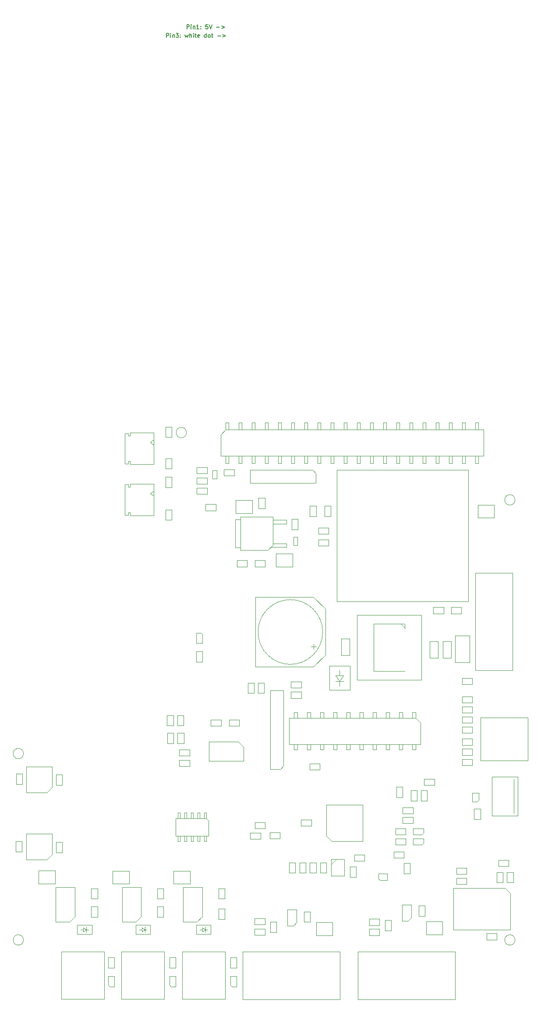
<source format=gbr>
G04 #@! TF.GenerationSoftware,KiCad,Pcbnew,5.1.5-52549c5~86~ubuntu18.04.1*
G04 #@! TF.CreationDate,2020-04-03T22:47:33+02:00*
G04 #@! TF.ProjectId,7001-ventilator_mainboard,37303031-2d76-4656-9e74-696c61746f72,2.0*
G04 #@! TF.SameCoordinates,Original*
G04 #@! TF.FileFunction,Other,Fab,Top*
%FSLAX46Y46*%
G04 Gerber Fmt 4.6, Leading zero omitted, Abs format (unit mm)*
G04 Created by KiCad (PCBNEW 5.1.5-52549c5~86~ubuntu18.04.1) date 2020-04-03 22:47:33*
%MOMM*%
%LPD*%
G04 APERTURE LIST*
%ADD10C,0.150000*%
%ADD11C,0.100000*%
%ADD12C,0.050000*%
G04 APERTURE END LIST*
D10*
X96636666Y-25681904D02*
X96636666Y-24881904D01*
X96941428Y-24881904D01*
X97017619Y-24920000D01*
X97055714Y-24958095D01*
X97093809Y-25034285D01*
X97093809Y-25148571D01*
X97055714Y-25224761D01*
X97017619Y-25262857D01*
X96941428Y-25300952D01*
X96636666Y-25300952D01*
X97436666Y-25681904D02*
X97436666Y-25148571D01*
X97436666Y-24881904D02*
X97398571Y-24920000D01*
X97436666Y-24958095D01*
X97474761Y-24920000D01*
X97436666Y-24881904D01*
X97436666Y-24958095D01*
X97817619Y-25148571D02*
X97817619Y-25681904D01*
X97817619Y-25224761D02*
X97855714Y-25186666D01*
X97931904Y-25148571D01*
X98046190Y-25148571D01*
X98122380Y-25186666D01*
X98160476Y-25262857D01*
X98160476Y-25681904D01*
X98465238Y-24881904D02*
X98960476Y-24881904D01*
X98693809Y-25186666D01*
X98808095Y-25186666D01*
X98884285Y-25224761D01*
X98922380Y-25262857D01*
X98960476Y-25339047D01*
X98960476Y-25529523D01*
X98922380Y-25605714D01*
X98884285Y-25643809D01*
X98808095Y-25681904D01*
X98579523Y-25681904D01*
X98503333Y-25643809D01*
X98465238Y-25605714D01*
X99303333Y-25605714D02*
X99341428Y-25643809D01*
X99303333Y-25681904D01*
X99265238Y-25643809D01*
X99303333Y-25605714D01*
X99303333Y-25681904D01*
X99303333Y-25186666D02*
X99341428Y-25224761D01*
X99303333Y-25262857D01*
X99265238Y-25224761D01*
X99303333Y-25186666D01*
X99303333Y-25262857D01*
X100217619Y-25148571D02*
X100370000Y-25681904D01*
X100522380Y-25300952D01*
X100674761Y-25681904D01*
X100827142Y-25148571D01*
X101131904Y-25681904D02*
X101131904Y-24881904D01*
X101474761Y-25681904D02*
X101474761Y-25262857D01*
X101436666Y-25186666D01*
X101360476Y-25148571D01*
X101246190Y-25148571D01*
X101170000Y-25186666D01*
X101131904Y-25224761D01*
X101855714Y-25681904D02*
X101855714Y-25148571D01*
X101855714Y-24881904D02*
X101817619Y-24920000D01*
X101855714Y-24958095D01*
X101893809Y-24920000D01*
X101855714Y-24881904D01*
X101855714Y-24958095D01*
X102122380Y-25148571D02*
X102427142Y-25148571D01*
X102236666Y-24881904D02*
X102236666Y-25567619D01*
X102274761Y-25643809D01*
X102350952Y-25681904D01*
X102427142Y-25681904D01*
X102998571Y-25643809D02*
X102922380Y-25681904D01*
X102770000Y-25681904D01*
X102693809Y-25643809D01*
X102655714Y-25567619D01*
X102655714Y-25262857D01*
X102693809Y-25186666D01*
X102770000Y-25148571D01*
X102922380Y-25148571D01*
X102998571Y-25186666D01*
X103036666Y-25262857D01*
X103036666Y-25339047D01*
X102655714Y-25415238D01*
X104331904Y-25681904D02*
X104331904Y-24881904D01*
X104331904Y-25643809D02*
X104255714Y-25681904D01*
X104103333Y-25681904D01*
X104027142Y-25643809D01*
X103989047Y-25605714D01*
X103950952Y-25529523D01*
X103950952Y-25300952D01*
X103989047Y-25224761D01*
X104027142Y-25186666D01*
X104103333Y-25148571D01*
X104255714Y-25148571D01*
X104331904Y-25186666D01*
X104827142Y-25681904D02*
X104750952Y-25643809D01*
X104712857Y-25605714D01*
X104674761Y-25529523D01*
X104674761Y-25300952D01*
X104712857Y-25224761D01*
X104750952Y-25186666D01*
X104827142Y-25148571D01*
X104941428Y-25148571D01*
X105017619Y-25186666D01*
X105055714Y-25224761D01*
X105093809Y-25300952D01*
X105093809Y-25529523D01*
X105055714Y-25605714D01*
X105017619Y-25643809D01*
X104941428Y-25681904D01*
X104827142Y-25681904D01*
X105322380Y-25148571D02*
X105627142Y-25148571D01*
X105436666Y-24881904D02*
X105436666Y-25567619D01*
X105474761Y-25643809D01*
X105550952Y-25681904D01*
X105627142Y-25681904D01*
X106503333Y-25377142D02*
X107112857Y-25377142D01*
X107493809Y-25148571D02*
X108103333Y-25377142D01*
X107493809Y-25605714D01*
X100582857Y-24021904D02*
X100582857Y-23221904D01*
X100887619Y-23221904D01*
X100963809Y-23260000D01*
X101001904Y-23298095D01*
X101040000Y-23374285D01*
X101040000Y-23488571D01*
X101001904Y-23564761D01*
X100963809Y-23602857D01*
X100887619Y-23640952D01*
X100582857Y-23640952D01*
X101382857Y-24021904D02*
X101382857Y-23488571D01*
X101382857Y-23221904D02*
X101344761Y-23260000D01*
X101382857Y-23298095D01*
X101420952Y-23260000D01*
X101382857Y-23221904D01*
X101382857Y-23298095D01*
X101763809Y-23488571D02*
X101763809Y-24021904D01*
X101763809Y-23564761D02*
X101801904Y-23526666D01*
X101878095Y-23488571D01*
X101992380Y-23488571D01*
X102068571Y-23526666D01*
X102106666Y-23602857D01*
X102106666Y-24021904D01*
X102906666Y-24021904D02*
X102449523Y-24021904D01*
X102678095Y-24021904D02*
X102678095Y-23221904D01*
X102601904Y-23336190D01*
X102525714Y-23412380D01*
X102449523Y-23450476D01*
X103249523Y-23945714D02*
X103287619Y-23983809D01*
X103249523Y-24021904D01*
X103211428Y-23983809D01*
X103249523Y-23945714D01*
X103249523Y-24021904D01*
X103249523Y-23526666D02*
X103287619Y-23564761D01*
X103249523Y-23602857D01*
X103211428Y-23564761D01*
X103249523Y-23526666D01*
X103249523Y-23602857D01*
X104620952Y-23221904D02*
X104240000Y-23221904D01*
X104201904Y-23602857D01*
X104240000Y-23564761D01*
X104316190Y-23526666D01*
X104506666Y-23526666D01*
X104582857Y-23564761D01*
X104620952Y-23602857D01*
X104659047Y-23679047D01*
X104659047Y-23869523D01*
X104620952Y-23945714D01*
X104582857Y-23983809D01*
X104506666Y-24021904D01*
X104316190Y-24021904D01*
X104240000Y-23983809D01*
X104201904Y-23945714D01*
X104887619Y-23221904D02*
X105154285Y-24021904D01*
X105420952Y-23221904D01*
X106297142Y-23717142D02*
X106906666Y-23717142D01*
X107287619Y-23488571D02*
X107897142Y-23717142D01*
X107287619Y-23945714D01*
D11*
X110950000Y-124200000D02*
X109950000Y-124200000D01*
X109950000Y-124200000D02*
X109950000Y-118800000D01*
X109950000Y-118800000D02*
X110950000Y-118800000D01*
X110950000Y-124750000D02*
X110950000Y-118250000D01*
X110950000Y-118250000D02*
X117170000Y-118250000D01*
X117170000Y-118250000D02*
X117170000Y-123750000D01*
X117170000Y-123750000D02*
X116170000Y-124750000D01*
X116170000Y-124750000D02*
X110950000Y-124750000D01*
X116765000Y-124155000D02*
X119870000Y-124155000D01*
X119870000Y-124155000D02*
X119870000Y-123405000D01*
X119870000Y-123405000D02*
X117170000Y-123405000D01*
X117170000Y-119595000D02*
X119870000Y-119595000D01*
X119870000Y-119595000D02*
X119870000Y-118845000D01*
X119870000Y-118845000D02*
X117170000Y-118845000D01*
X121300000Y-163250000D02*
X121300000Y-162190000D01*
X121940000Y-163250000D02*
X121300000Y-163250000D01*
X121940000Y-162190000D02*
X121940000Y-163250000D01*
X121300000Y-156050000D02*
X121300000Y-157110000D01*
X121940000Y-156050000D02*
X121300000Y-156050000D01*
X121940000Y-157110000D02*
X121940000Y-156050000D01*
X123840000Y-163250000D02*
X123840000Y-162190000D01*
X124480000Y-163250000D02*
X123840000Y-163250000D01*
X124480000Y-162190000D02*
X124480000Y-163250000D01*
X123840000Y-156050000D02*
X123840000Y-157110000D01*
X124480000Y-156050000D02*
X123840000Y-156050000D01*
X124480000Y-157110000D02*
X124480000Y-156050000D01*
X126380000Y-163250000D02*
X126380000Y-162190000D01*
X127020000Y-163250000D02*
X126380000Y-163250000D01*
X127020000Y-162190000D02*
X127020000Y-163250000D01*
X126380000Y-156050000D02*
X126380000Y-157110000D01*
X127020000Y-156050000D02*
X126380000Y-156050000D01*
X127020000Y-157110000D02*
X127020000Y-156050000D01*
X128920000Y-163250000D02*
X128920000Y-162190000D01*
X129560000Y-163250000D02*
X128920000Y-163250000D01*
X129560000Y-162190000D02*
X129560000Y-163250000D01*
X128920000Y-156050000D02*
X128920000Y-157110000D01*
X129560000Y-156050000D02*
X128920000Y-156050000D01*
X129560000Y-157110000D02*
X129560000Y-156050000D01*
X131460000Y-163250000D02*
X131460000Y-162190000D01*
X132100000Y-163250000D02*
X131460000Y-163250000D01*
X132100000Y-162190000D02*
X132100000Y-163250000D01*
X131460000Y-156050000D02*
X131460000Y-157110000D01*
X132100000Y-156050000D02*
X131460000Y-156050000D01*
X132100000Y-157110000D02*
X132100000Y-156050000D01*
X134000000Y-163250000D02*
X134000000Y-162190000D01*
X134640000Y-163250000D02*
X134000000Y-163250000D01*
X134640000Y-162190000D02*
X134640000Y-163250000D01*
X134000000Y-156050000D02*
X134000000Y-157110000D01*
X134640000Y-156050000D02*
X134000000Y-156050000D01*
X134640000Y-157110000D02*
X134640000Y-156050000D01*
X136540000Y-163250000D02*
X136540000Y-162190000D01*
X137180000Y-163250000D02*
X136540000Y-163250000D01*
X137180000Y-162190000D02*
X137180000Y-163250000D01*
X136540000Y-156050000D02*
X136540000Y-157110000D01*
X137180000Y-156050000D02*
X136540000Y-156050000D01*
X137180000Y-157110000D02*
X137180000Y-156050000D01*
X139080000Y-163250000D02*
X139080000Y-162190000D01*
X139720000Y-163250000D02*
X139080000Y-163250000D01*
X139720000Y-162190000D02*
X139720000Y-163250000D01*
X139080000Y-156050000D02*
X139080000Y-157110000D01*
X139720000Y-156050000D02*
X139080000Y-156050000D01*
X139720000Y-157110000D02*
X139720000Y-156050000D01*
X141620000Y-163250000D02*
X141620000Y-162190000D01*
X142260000Y-163250000D02*
X141620000Y-163250000D01*
X142260000Y-162190000D02*
X142260000Y-163250000D01*
X141620000Y-156050000D02*
X141620000Y-157110000D01*
X142260000Y-156050000D02*
X141620000Y-156050000D01*
X142260000Y-157110000D02*
X142260000Y-156050000D01*
X144160000Y-163250000D02*
X144160000Y-162190000D01*
X144800000Y-163250000D02*
X144160000Y-163250000D01*
X144800000Y-162190000D02*
X144800000Y-163250000D01*
X144160000Y-156050000D02*
X144160000Y-157110000D01*
X144800000Y-156050000D02*
X144160000Y-156050000D01*
X144800000Y-157110000D02*
X144800000Y-156050000D01*
X145750000Y-162190000D02*
X120350000Y-162190000D01*
X144800000Y-157110000D02*
X145750000Y-158060000D01*
X120350000Y-157110000D02*
X144800000Y-157110000D01*
X145750000Y-158060000D02*
X145750000Y-162190000D01*
X120350000Y-162190000D02*
X120350000Y-157110000D01*
D12*
X163550000Y-147900000D02*
X163550000Y-129100000D01*
X156350000Y-147900000D02*
X163550000Y-147900000D01*
X156350000Y-129100000D02*
X163550000Y-129100000D01*
X156350000Y-147900000D02*
X156350000Y-129100000D01*
D11*
X147050000Y-171150000D02*
X147050000Y-173150000D01*
X145850000Y-171150000D02*
X147050000Y-171150000D01*
X145850000Y-173150000D02*
X145850000Y-171150000D01*
X147050000Y-173150000D02*
X145850000Y-173150000D01*
X148450000Y-170100000D02*
X146450000Y-170100000D01*
X148450000Y-168900000D02*
X148450000Y-170100000D01*
X146450000Y-168900000D02*
X148450000Y-168900000D01*
X146450000Y-170100000D02*
X146450000Y-168900000D01*
X93492893Y-113750000D02*
X94200000Y-114250000D01*
X94200000Y-113250000D02*
X93492893Y-113750000D01*
X88600000Y-117950000D02*
X88600000Y-115000000D01*
X89300000Y-117950000D02*
X88600000Y-117950000D01*
X89300000Y-117450000D02*
X89300000Y-117950000D01*
X89600000Y-117450000D02*
X89300000Y-117450000D01*
X89600000Y-118050000D02*
X89600000Y-117450000D01*
X94200000Y-118050000D02*
X89600000Y-118050000D01*
X94200000Y-115000000D02*
X94200000Y-118050000D01*
X88600000Y-112050000D02*
X88600000Y-115000000D01*
X89300000Y-112050000D02*
X88600000Y-112050000D01*
X89300000Y-112550000D02*
X89300000Y-112050000D01*
X89600000Y-112550000D02*
X89300000Y-112550000D01*
X89600000Y-111950000D02*
X89600000Y-112550000D01*
X94200000Y-111950000D02*
X89600000Y-111950000D01*
X94200000Y-115000000D02*
X94200000Y-111950000D01*
X105550000Y-110900000D02*
X105550000Y-109300000D01*
X106350000Y-110900000D02*
X105550000Y-110900000D01*
X106350000Y-109300000D02*
X106350000Y-110900000D01*
X105550000Y-109300000D02*
X106350000Y-109300000D01*
X96450000Y-118900000D02*
X96450000Y-116900000D01*
X97650000Y-118900000D02*
X96450000Y-118900000D01*
X97650000Y-116900000D02*
X97650000Y-118900000D01*
X96450000Y-116900000D02*
X97650000Y-116900000D01*
X102500000Y-108700000D02*
X104500000Y-108700000D01*
X102500000Y-109900000D02*
X102500000Y-108700000D01*
X104500000Y-109900000D02*
X102500000Y-109900000D01*
X104500000Y-108700000D02*
X104500000Y-109900000D01*
X104200000Y-115850000D02*
X106200000Y-115850000D01*
X104200000Y-117050000D02*
X104200000Y-115850000D01*
X106200000Y-117050000D02*
X104200000Y-117050000D01*
X106200000Y-115850000D02*
X106200000Y-117050000D01*
X97650000Y-110600000D02*
X97650000Y-112600000D01*
X96450000Y-110600000D02*
X97650000Y-110600000D01*
X96450000Y-112600000D02*
X96450000Y-110600000D01*
X97650000Y-112600000D02*
X96450000Y-112600000D01*
X143850000Y-173150000D02*
X143850000Y-171150000D01*
X145050000Y-173150000D02*
X143850000Y-173150000D01*
X145050000Y-171150000D02*
X145050000Y-173150000D01*
X143850000Y-171150000D02*
X145050000Y-171150000D01*
X153750000Y-149450000D02*
X155750000Y-149450000D01*
X153750000Y-150650000D02*
X153750000Y-149450000D01*
X155750000Y-150650000D02*
X153750000Y-150650000D01*
X155750000Y-149450000D02*
X155750000Y-150650000D01*
X153750000Y-152950000D02*
X155750000Y-152950000D01*
X153750000Y-154150000D02*
X153750000Y-152950000D01*
X155750000Y-154150000D02*
X153750000Y-154150000D01*
X155750000Y-152950000D02*
X155750000Y-154150000D01*
X155750000Y-156100000D02*
X153750000Y-156100000D01*
X155750000Y-154900000D02*
X155750000Y-156100000D01*
X153750000Y-154900000D02*
X155750000Y-154900000D01*
X153750000Y-156100000D02*
X153750000Y-154900000D01*
D12*
X111400000Y-211500000D02*
X130200000Y-211500000D01*
X111400000Y-202300000D02*
X111400000Y-211500000D01*
X130200000Y-202300000D02*
X130200000Y-211500000D01*
X111400000Y-202300000D02*
X130200000Y-202300000D01*
X133600000Y-211500000D02*
X152400000Y-211500000D01*
X133600000Y-202300000D02*
X133600000Y-211500000D01*
X152400000Y-202300000D02*
X152400000Y-211500000D01*
X133600000Y-202300000D02*
X152400000Y-202300000D01*
D11*
X145950000Y-149750000D02*
X133450000Y-149750000D01*
X133450000Y-149750000D02*
X133450000Y-137250000D01*
X133450000Y-137250000D02*
X145950000Y-137250000D01*
X136700000Y-148100000D02*
X136700000Y-138900000D01*
X142700000Y-148100000D02*
X136700000Y-148100000D01*
X145950000Y-137250000D02*
X145950000Y-149750000D01*
X141700000Y-138900000D02*
X136700000Y-138900000D01*
X142700000Y-139000000D02*
X142700000Y-139900000D01*
X142600000Y-138900000D02*
X142700000Y-139000000D01*
X141700000Y-138900000D02*
X142600000Y-138900000D01*
X141900000Y-138900000D02*
X142700000Y-139700000D01*
X147550000Y-145500000D02*
X147550000Y-142300000D01*
X149150000Y-145500000D02*
X147550000Y-145500000D01*
X149150000Y-142300000D02*
X149150000Y-145500000D01*
X147550000Y-142300000D02*
X149150000Y-142300000D01*
X111550000Y-165400000D02*
X104850000Y-165400000D01*
X104850000Y-161700000D02*
X104850000Y-165400000D01*
X111550000Y-162700000D02*
X111550000Y-165400000D01*
X110550000Y-161700000D02*
X104850000Y-161700000D01*
X110550000Y-161700000D02*
X111550000Y-162700000D01*
D12*
X154950000Y-109250000D02*
X154950000Y-134650000D01*
X154950000Y-134650000D02*
X129550000Y-134650000D01*
X129550000Y-134650000D02*
X129550000Y-109250000D01*
X154950000Y-109250000D02*
X129550000Y-109250000D01*
D11*
X98860000Y-180950000D02*
X98860000Y-179905000D01*
X99260000Y-180950000D02*
X98860000Y-180950000D01*
X99260000Y-179905000D02*
X99260000Y-180950000D01*
X98860000Y-175450000D02*
X98860000Y-176495000D01*
X99260000Y-175450000D02*
X98860000Y-175450000D01*
X99260000Y-176495000D02*
X99260000Y-175450000D01*
X100130000Y-180950000D02*
X100130000Y-179905000D01*
X100530000Y-180950000D02*
X100130000Y-180950000D01*
X100530000Y-179905000D02*
X100530000Y-180950000D01*
X100130000Y-175450000D02*
X100130000Y-176495000D01*
X100530000Y-175450000D02*
X100130000Y-175450000D01*
X100530000Y-176495000D02*
X100530000Y-175450000D01*
X101400000Y-180950000D02*
X101400000Y-179905000D01*
X101800000Y-180950000D02*
X101400000Y-180950000D01*
X101800000Y-179905000D02*
X101800000Y-180950000D01*
X101400000Y-175450000D02*
X101400000Y-176495000D01*
X101800000Y-175450000D02*
X101400000Y-175450000D01*
X101800000Y-176495000D02*
X101800000Y-175450000D01*
X102670000Y-180950000D02*
X102670000Y-179905000D01*
X103070000Y-180950000D02*
X102670000Y-180950000D01*
X103070000Y-179905000D02*
X103070000Y-180950000D01*
X102670000Y-175450000D02*
X102670000Y-176495000D01*
X103070000Y-175450000D02*
X102670000Y-175450000D01*
X103070000Y-176495000D02*
X103070000Y-175450000D01*
X103940000Y-180950000D02*
X103940000Y-179905000D01*
X104340000Y-180950000D02*
X103940000Y-180950000D01*
X104340000Y-179905000D02*
X104340000Y-180950000D01*
X103940000Y-175450000D02*
X103940000Y-176495000D01*
X104340000Y-175450000D02*
X103940000Y-175450000D01*
X104340000Y-176495000D02*
X104340000Y-175450000D01*
X104775000Y-179905000D02*
X98425000Y-179905000D01*
X104340000Y-176495000D02*
X104775000Y-176930000D01*
X98425000Y-176495000D02*
X104340000Y-176495000D01*
X104775000Y-176930000D02*
X104775000Y-179905000D01*
X98425000Y-179905000D02*
X98425000Y-176495000D01*
X151650000Y-135750000D02*
X153650000Y-135750000D01*
X151650000Y-136950000D02*
X151650000Y-135750000D01*
X153650000Y-136950000D02*
X151650000Y-136950000D01*
X153650000Y-135750000D02*
X153650000Y-136950000D01*
X120000000Y-197250000D02*
X120000000Y-194150000D01*
X120000000Y-194150000D02*
X121800000Y-194150000D01*
X121800000Y-196600000D02*
X121800000Y-194150000D01*
X120000000Y-197250000D02*
X121150000Y-197250000D01*
X121800000Y-196600000D02*
X121150000Y-197250000D01*
X163100000Y-191000000D02*
X162100000Y-190000000D01*
X162100000Y-190000000D02*
X152100000Y-190000000D01*
X152100000Y-190000000D02*
X152100000Y-198000000D01*
X152100000Y-198000000D02*
X163100000Y-198000000D01*
X163100000Y-198000000D02*
X163100000Y-191000000D01*
X99850000Y-196500000D02*
X99850000Y-189800000D01*
X103550000Y-189800000D02*
X99850000Y-189800000D01*
X102500000Y-196500000D02*
X99850000Y-196500000D01*
X103550000Y-195450000D02*
X103550000Y-189800000D01*
X103550000Y-195450000D02*
X102500000Y-196500000D01*
X142150000Y-196300000D02*
X142150000Y-193200000D01*
X142150000Y-193200000D02*
X143950000Y-193200000D01*
X143950000Y-195650000D02*
X143950000Y-193200000D01*
X142150000Y-196300000D02*
X143300000Y-196300000D01*
X143950000Y-195650000D02*
X143300000Y-196300000D01*
X102500000Y-112650000D02*
X104500000Y-112650000D01*
X102500000Y-113850000D02*
X102500000Y-112650000D01*
X104500000Y-113850000D02*
X102500000Y-113850000D01*
X104500000Y-112650000D02*
X104500000Y-113850000D01*
X104500000Y-111900000D02*
X102500000Y-111900000D01*
X104500000Y-110700000D02*
X104500000Y-111900000D01*
X102500000Y-110700000D02*
X104500000Y-110700000D01*
X102500000Y-111900000D02*
X102500000Y-110700000D01*
X113700000Y-126700000D02*
X115700000Y-126700000D01*
X113700000Y-127900000D02*
X113700000Y-126700000D01*
X115700000Y-127900000D02*
X113700000Y-127900000D01*
X115700000Y-126700000D02*
X115700000Y-127900000D01*
X110250000Y-126700000D02*
X112250000Y-126700000D01*
X110250000Y-127900000D02*
X110250000Y-126700000D01*
X112250000Y-127900000D02*
X110250000Y-127900000D01*
X112250000Y-126700000D02*
X112250000Y-127900000D01*
X143750000Y-185200000D02*
X143750000Y-187200000D01*
X142550000Y-185200000D02*
X143750000Y-185200000D01*
X142550000Y-187200000D02*
X142550000Y-185200000D01*
X143750000Y-187200000D02*
X142550000Y-187200000D01*
X142550000Y-184150000D02*
X140550000Y-184150000D01*
X142550000Y-182950000D02*
X142550000Y-184150000D01*
X140550000Y-182950000D02*
X142550000Y-182950000D01*
X140550000Y-184150000D02*
X140550000Y-182950000D01*
X112800000Y-179300000D02*
X114800000Y-179300000D01*
X112800000Y-180500000D02*
X112800000Y-179300000D01*
X114800000Y-180500000D02*
X112800000Y-180500000D01*
X114800000Y-179300000D02*
X114800000Y-180500000D01*
X113700000Y-177300000D02*
X115700000Y-177300000D01*
X113700000Y-178500000D02*
X113700000Y-177300000D01*
X115700000Y-178500000D02*
X113700000Y-178500000D01*
X115700000Y-177300000D02*
X115700000Y-178500000D01*
X124350000Y-187050000D02*
X124350000Y-185050000D01*
X125550000Y-187050000D02*
X124350000Y-187050000D01*
X125550000Y-185050000D02*
X125550000Y-187050000D01*
X124350000Y-185050000D02*
X125550000Y-185050000D01*
X115650000Y-199050000D02*
X113650000Y-199050000D01*
X115650000Y-197850000D02*
X115650000Y-199050000D01*
X113650000Y-197850000D02*
X115650000Y-197850000D01*
X113650000Y-199050000D02*
X113650000Y-197850000D01*
X107900000Y-190050000D02*
X107900000Y-192050000D01*
X106700000Y-190050000D02*
X107900000Y-190050000D01*
X106700000Y-192050000D02*
X106700000Y-190050000D01*
X107900000Y-192050000D02*
X106700000Y-192050000D01*
X116700000Y-198512500D02*
X116700000Y-196512500D01*
X117900000Y-198512500D02*
X116700000Y-198512500D01*
X117900000Y-196512500D02*
X117900000Y-198512500D01*
X116700000Y-196512500D02*
X117900000Y-196512500D01*
X157300000Y-174700000D02*
X157300000Y-176700000D01*
X156100000Y-174700000D02*
X157300000Y-174700000D01*
X156100000Y-176700000D02*
X156100000Y-174700000D01*
X157300000Y-176700000D02*
X156100000Y-176700000D01*
X110200000Y-203400000D02*
X110200000Y-205400000D01*
X109000000Y-203400000D02*
X110200000Y-203400000D01*
X109000000Y-205400000D02*
X109000000Y-203400000D01*
X110200000Y-205400000D02*
X109000000Y-205400000D01*
X153750000Y-163100000D02*
X155750000Y-163100000D01*
X153750000Y-164300000D02*
X153750000Y-163100000D01*
X155750000Y-164300000D02*
X153750000Y-164300000D01*
X155750000Y-163100000D02*
X155750000Y-164300000D01*
X155750000Y-162350000D02*
X153750000Y-162350000D01*
X155750000Y-161150000D02*
X155750000Y-162350000D01*
X153750000Y-161150000D02*
X155750000Y-161150000D01*
X153750000Y-162350000D02*
X153750000Y-161150000D01*
X137800000Y-199100000D02*
X135800000Y-199100000D01*
X137800000Y-197900000D02*
X137800000Y-199100000D01*
X135800000Y-197900000D02*
X137800000Y-197900000D01*
X135800000Y-199100000D02*
X135800000Y-197900000D01*
X160800000Y-184550000D02*
X162800000Y-184550000D01*
X160800000Y-185750000D02*
X160800000Y-184550000D01*
X162800000Y-185750000D02*
X160800000Y-185750000D01*
X162800000Y-184550000D02*
X162800000Y-185750000D01*
X153750000Y-156850000D02*
X155750000Y-156850000D01*
X153750000Y-158050000D02*
X153750000Y-156850000D01*
X155750000Y-158050000D02*
X153750000Y-158050000D01*
X155750000Y-156850000D02*
X155750000Y-158050000D01*
X138850000Y-198200000D02*
X138850000Y-196200000D01*
X140050000Y-198200000D02*
X138850000Y-198200000D01*
X140050000Y-196200000D02*
X140050000Y-198200000D01*
X138850000Y-196200000D02*
X140050000Y-196200000D01*
X120700000Y-152100000D02*
X122700000Y-152100000D01*
X120700000Y-153300000D02*
X120700000Y-152100000D01*
X122700000Y-153300000D02*
X120700000Y-153300000D01*
X122700000Y-152100000D02*
X122700000Y-153300000D01*
X120700000Y-150100000D02*
X122700000Y-150100000D01*
X120700000Y-151300000D02*
X120700000Y-150100000D01*
X122700000Y-151300000D02*
X120700000Y-151300000D01*
X122700000Y-150100000D02*
X122700000Y-151300000D01*
X160450000Y-188900000D02*
X160450000Y-186900000D01*
X161650000Y-188900000D02*
X160450000Y-188900000D01*
X161650000Y-186900000D02*
X161650000Y-188900000D01*
X160450000Y-186900000D02*
X161650000Y-186900000D01*
X139300000Y-187200000D02*
X139300000Y-188500000D01*
X137600000Y-187200000D02*
X139300000Y-187200000D01*
X137920000Y-188500000D02*
X139300000Y-188500000D01*
X137600000Y-187200000D02*
X137600000Y-188180000D01*
X137920000Y-188500000D02*
X137600000Y-188180000D01*
X93492893Y-103850000D02*
X94200000Y-104350000D01*
X94200000Y-103350000D02*
X93492893Y-103850000D01*
X88600000Y-108050000D02*
X88600000Y-105100000D01*
X89300000Y-108050000D02*
X88600000Y-108050000D01*
X89300000Y-107550000D02*
X89300000Y-108050000D01*
X89600000Y-107550000D02*
X89300000Y-107550000D01*
X89600000Y-108150000D02*
X89600000Y-107550000D01*
X94200000Y-108150000D02*
X89600000Y-108150000D01*
X94200000Y-105100000D02*
X94200000Y-108150000D01*
X88600000Y-102150000D02*
X88600000Y-105100000D01*
X89300000Y-102150000D02*
X88600000Y-102150000D01*
X89300000Y-102650000D02*
X89300000Y-102150000D01*
X89600000Y-102650000D02*
X89300000Y-102650000D01*
X89600000Y-102050000D02*
X89600000Y-102650000D01*
X94200000Y-102050000D02*
X89600000Y-102050000D01*
X94200000Y-105100000D02*
X94200000Y-102050000D01*
X124885000Y-109230000D02*
X125520000Y-109865000D01*
X112820000Y-109230000D02*
X124885000Y-109230000D01*
X112820000Y-111770000D02*
X112820000Y-109230000D01*
X125520000Y-111770000D02*
X112820000Y-111770000D01*
X125520000Y-109865000D02*
X125520000Y-111770000D01*
D12*
X99700000Y-211450000D02*
X108000000Y-211450000D01*
X99700000Y-202250000D02*
X99700000Y-211450000D01*
X108000000Y-202250000D02*
X108000000Y-211450000D01*
X99700000Y-202250000D02*
X108000000Y-202250000D01*
X166500000Y-165350000D02*
X166500000Y-157050000D01*
X157300000Y-165350000D02*
X166500000Y-165350000D01*
X157300000Y-157050000D02*
X166500000Y-157050000D01*
X157300000Y-165350000D02*
X157300000Y-157050000D01*
D11*
X121150000Y-123750000D02*
X121150000Y-122150000D01*
X121950000Y-123750000D02*
X121150000Y-123750000D01*
X121950000Y-122150000D02*
X121950000Y-123750000D01*
X121150000Y-122150000D02*
X121950000Y-122150000D01*
X105200000Y-198900000D02*
X102400000Y-198900000D01*
X102400000Y-198900000D02*
X102400000Y-197100000D01*
X102400000Y-197100000D02*
X105200000Y-197100000D01*
X105200000Y-197100000D02*
X105200000Y-198900000D01*
X104550000Y-198000000D02*
X104150000Y-198000000D01*
X104150000Y-198000000D02*
X104150000Y-198550000D01*
X104150000Y-198000000D02*
X104150000Y-197450000D01*
X104150000Y-198000000D02*
X103550000Y-198400000D01*
X103550000Y-198400000D02*
X103550000Y-197600000D01*
X103550000Y-197600000D02*
X104150000Y-198000000D01*
X103550000Y-198000000D02*
X103050000Y-198000000D01*
X110200000Y-207000000D02*
X109000000Y-207000000D01*
X110200000Y-209000000D02*
X110200000Y-207000000D01*
X109300000Y-209000000D02*
X110200000Y-209000000D01*
X109000000Y-208700000D02*
X109300000Y-209000000D01*
X109000000Y-207000000D02*
X109000000Y-208700000D01*
X96450000Y-109000000D02*
X96450000Y-107000000D01*
X97650000Y-109000000D02*
X96450000Y-109000000D01*
X97650000Y-107000000D02*
X97650000Y-109000000D01*
X96450000Y-107000000D02*
X97650000Y-107000000D01*
X117800000Y-125400000D02*
X121000000Y-125400000D01*
X117800000Y-127900000D02*
X117800000Y-125400000D01*
X121000000Y-127900000D02*
X117800000Y-127900000D01*
X121000000Y-125400000D02*
X121000000Y-127900000D01*
X113650000Y-195850000D02*
X115650000Y-195850000D01*
X113650000Y-197050000D02*
X113650000Y-195850000D01*
X115650000Y-197050000D02*
X113650000Y-197050000D01*
X115650000Y-195850000D02*
X115650000Y-197050000D01*
X162450000Y-188900000D02*
X162450000Y-186900000D01*
X163650000Y-188900000D02*
X162450000Y-188900000D01*
X163650000Y-186900000D02*
X163650000Y-188900000D01*
X162450000Y-186900000D02*
X163650000Y-186900000D01*
X158500000Y-198750000D02*
X160500000Y-198750000D01*
X158500000Y-199950000D02*
X158500000Y-198750000D01*
X160500000Y-199950000D02*
X158500000Y-199950000D01*
X160500000Y-198750000D02*
X160500000Y-199950000D01*
X154650000Y-189250000D02*
X152650000Y-189250000D01*
X154650000Y-188050000D02*
X154650000Y-189250000D01*
X152650000Y-188050000D02*
X154650000Y-188050000D01*
X152650000Y-189250000D02*
X152650000Y-188050000D01*
X154650000Y-187300000D02*
X152650000Y-187300000D01*
X154650000Y-186100000D02*
X154650000Y-187300000D01*
X152650000Y-186100000D02*
X154650000Y-186100000D01*
X152650000Y-187300000D02*
X152650000Y-186100000D01*
X107900000Y-194000000D02*
X107900000Y-196000000D01*
X106700000Y-194000000D02*
X107900000Y-194000000D01*
X106700000Y-196000000D02*
X106700000Y-194000000D01*
X107900000Y-196000000D02*
X106700000Y-196000000D01*
X101200000Y-189150000D02*
X98000000Y-189150000D01*
X101200000Y-186650000D02*
X101200000Y-189150000D01*
X98000000Y-186650000D02*
X101200000Y-186650000D01*
X98000000Y-189150000D02*
X98000000Y-186650000D01*
X125550000Y-196600000D02*
X128750000Y-196600000D01*
X125550000Y-199100000D02*
X125550000Y-196600000D01*
X128750000Y-199100000D02*
X125550000Y-199100000D01*
X128750000Y-196600000D02*
X128750000Y-199100000D01*
X123200000Y-196550000D02*
X123200000Y-194550000D01*
X124400000Y-196550000D02*
X123200000Y-196550000D01*
X124400000Y-194550000D02*
X124400000Y-196550000D01*
X123200000Y-194550000D02*
X124400000Y-194550000D01*
X155750000Y-166300000D02*
X153750000Y-166300000D01*
X155750000Y-165100000D02*
X155750000Y-166300000D01*
X153750000Y-165100000D02*
X155750000Y-165100000D01*
X153750000Y-166300000D02*
X153750000Y-165100000D01*
X135800000Y-195950000D02*
X137800000Y-195950000D01*
X135800000Y-197150000D02*
X135800000Y-195950000D01*
X137800000Y-197150000D02*
X135800000Y-197150000D01*
X137800000Y-195950000D02*
X137800000Y-197150000D01*
X155750000Y-160000000D02*
X153750000Y-160000000D01*
X155750000Y-158800000D02*
X155750000Y-160000000D01*
X153750000Y-158800000D02*
X155750000Y-158800000D01*
X153750000Y-160000000D02*
X153750000Y-158800000D01*
X146800000Y-196450000D02*
X150000000Y-196450000D01*
X146800000Y-198950000D02*
X146800000Y-196450000D01*
X150000000Y-198950000D02*
X146800000Y-198950000D01*
X150000000Y-196450000D02*
X150000000Y-198950000D01*
X145400000Y-195400000D02*
X145400000Y-193400000D01*
X146600000Y-195400000D02*
X145400000Y-195400000D01*
X146600000Y-193400000D02*
X146600000Y-195400000D01*
X145400000Y-193400000D02*
X146600000Y-193400000D01*
X127330000Y-136070000D02*
X124980000Y-133770000D01*
X125113325Y-143845000D02*
X125113325Y-142845000D01*
X125613325Y-143345000D02*
X124613325Y-143345000D01*
X127330000Y-144970000D02*
X124980000Y-147270000D01*
X127330000Y-144970000D02*
X127330000Y-136070000D01*
X124980000Y-133770000D02*
X113830000Y-133770000D01*
X124980000Y-147270000D02*
X113830000Y-147270000D01*
X113830000Y-147270000D02*
X113830000Y-133770000D01*
X126830000Y-140520000D02*
G75*
G03X126830000Y-140520000I-6250000J0D01*
G01*
X163800000Y-175500000D02*
X163800000Y-169000000D01*
X164500000Y-176000000D02*
X159500000Y-176000000D01*
X159500000Y-176000000D02*
X159500000Y-168500000D01*
X159500000Y-168500000D02*
X164500000Y-168500000D01*
X164500000Y-168500000D02*
X164500000Y-176000000D01*
X69000000Y-164000000D02*
G75*
G03X69000000Y-164000000I-1000000J0D01*
G01*
X164000000Y-115000000D02*
G75*
G03X164000000Y-115000000I-1000000J0D01*
G01*
X100500000Y-102000000D02*
G75*
G03X100500000Y-102000000I-1000000J0D01*
G01*
X164000000Y-200000000D02*
G75*
G03X164000000Y-200000000I-1000000J0D01*
G01*
X69000000Y-200000000D02*
G75*
G03X69000000Y-200000000I-1000000J0D01*
G01*
X69500000Y-171500000D02*
X73500000Y-171500000D01*
X69500000Y-166500000D02*
X69500000Y-171500000D01*
X74500000Y-166500000D02*
X69500000Y-166500000D01*
X74500000Y-170500000D02*
X74500000Y-166500000D01*
X73500000Y-171500000D02*
X74500000Y-170500000D01*
X69500000Y-184500000D02*
X73500000Y-184500000D01*
X69500000Y-179500000D02*
X69500000Y-184500000D01*
X74500000Y-179500000D02*
X69500000Y-179500000D01*
X74500000Y-183500000D02*
X74500000Y-179500000D01*
X73500000Y-184500000D02*
X74500000Y-183500000D01*
X157000000Y-172950000D02*
X156650000Y-173300000D01*
X157000000Y-172950000D02*
X157000000Y-171600000D01*
X157000000Y-171600000D02*
X155700000Y-171600000D01*
X155700000Y-171600000D02*
X155700000Y-173300000D01*
X155700000Y-173300000D02*
X156650000Y-173300000D01*
X107100000Y-106540000D02*
X107100000Y-102460000D01*
X107100000Y-102460000D02*
X108100000Y-101460000D01*
X108100000Y-101460000D02*
X157900000Y-101460000D01*
X157900000Y-101460000D02*
X157900000Y-106540000D01*
X157900000Y-106540000D02*
X107100000Y-106540000D01*
X108050000Y-107920000D02*
X108050000Y-106540000D01*
X108690000Y-106540000D02*
X108690000Y-107920000D01*
X108690000Y-107920000D02*
X108050000Y-107920000D01*
X108050000Y-101460000D02*
X108050000Y-100080000D01*
X108050000Y-100080000D02*
X108690000Y-100080000D01*
X108690000Y-100080000D02*
X108690000Y-101460000D01*
X110590000Y-107920000D02*
X110590000Y-106540000D01*
X111230000Y-106540000D02*
X111230000Y-107920000D01*
X111230000Y-107920000D02*
X110590000Y-107920000D01*
X110590000Y-101460000D02*
X110590000Y-100080000D01*
X110590000Y-100080000D02*
X111230000Y-100080000D01*
X111230000Y-100080000D02*
X111230000Y-101460000D01*
X113130000Y-107920000D02*
X113130000Y-106540000D01*
X113770000Y-106540000D02*
X113770000Y-107920000D01*
X113770000Y-107920000D02*
X113130000Y-107920000D01*
X113130000Y-101460000D02*
X113130000Y-100080000D01*
X113130000Y-100080000D02*
X113770000Y-100080000D01*
X113770000Y-100080000D02*
X113770000Y-101460000D01*
X115670000Y-107920000D02*
X115670000Y-106540000D01*
X116310000Y-106540000D02*
X116310000Y-107920000D01*
X116310000Y-107920000D02*
X115670000Y-107920000D01*
X115670000Y-101460000D02*
X115670000Y-100080000D01*
X115670000Y-100080000D02*
X116310000Y-100080000D01*
X116310000Y-100080000D02*
X116310000Y-101460000D01*
X118210000Y-107920000D02*
X118210000Y-106540000D01*
X118850000Y-106540000D02*
X118850000Y-107920000D01*
X118850000Y-107920000D02*
X118210000Y-107920000D01*
X118210000Y-101460000D02*
X118210000Y-100080000D01*
X118210000Y-100080000D02*
X118850000Y-100080000D01*
X118850000Y-100080000D02*
X118850000Y-101460000D01*
X120750000Y-107920000D02*
X120750000Y-106540000D01*
X121390000Y-106540000D02*
X121390000Y-107920000D01*
X121390000Y-107920000D02*
X120750000Y-107920000D01*
X120750000Y-101460000D02*
X120750000Y-100080000D01*
X120750000Y-100080000D02*
X121390000Y-100080000D01*
X121390000Y-100080000D02*
X121390000Y-101460000D01*
X123290000Y-107920000D02*
X123290000Y-106540000D01*
X123930000Y-106540000D02*
X123930000Y-107920000D01*
X123930000Y-107920000D02*
X123290000Y-107920000D01*
X123290000Y-101460000D02*
X123290000Y-100080000D01*
X123290000Y-100080000D02*
X123930000Y-100080000D01*
X123930000Y-100080000D02*
X123930000Y-101460000D01*
X125830000Y-107920000D02*
X125830000Y-106540000D01*
X126470000Y-106540000D02*
X126470000Y-107920000D01*
X126470000Y-107920000D02*
X125830000Y-107920000D01*
X125830000Y-101460000D02*
X125830000Y-100080000D01*
X125830000Y-100080000D02*
X126470000Y-100080000D01*
X126470000Y-100080000D02*
X126470000Y-101460000D01*
X128370000Y-107920000D02*
X128370000Y-106540000D01*
X129010000Y-106540000D02*
X129010000Y-107920000D01*
X129010000Y-107920000D02*
X128370000Y-107920000D01*
X128370000Y-101460000D02*
X128370000Y-100080000D01*
X128370000Y-100080000D02*
X129010000Y-100080000D01*
X129010000Y-100080000D02*
X129010000Y-101460000D01*
X130910000Y-107920000D02*
X130910000Y-106540000D01*
X131550000Y-106540000D02*
X131550000Y-107920000D01*
X131550000Y-107920000D02*
X130910000Y-107920000D01*
X130910000Y-101460000D02*
X130910000Y-100080000D01*
X130910000Y-100080000D02*
X131550000Y-100080000D01*
X131550000Y-100080000D02*
X131550000Y-101460000D01*
X133450000Y-107920000D02*
X133450000Y-106540000D01*
X134090000Y-106540000D02*
X134090000Y-107920000D01*
X134090000Y-107920000D02*
X133450000Y-107920000D01*
X133450000Y-101460000D02*
X133450000Y-100080000D01*
X133450000Y-100080000D02*
X134090000Y-100080000D01*
X134090000Y-100080000D02*
X134090000Y-101460000D01*
X135990000Y-107920000D02*
X135990000Y-106540000D01*
X136630000Y-106540000D02*
X136630000Y-107920000D01*
X136630000Y-107920000D02*
X135990000Y-107920000D01*
X135990000Y-101460000D02*
X135990000Y-100080000D01*
X135990000Y-100080000D02*
X136630000Y-100080000D01*
X136630000Y-100080000D02*
X136630000Y-101460000D01*
X138530000Y-107920000D02*
X138530000Y-106540000D01*
X139170000Y-106540000D02*
X139170000Y-107920000D01*
X139170000Y-107920000D02*
X138530000Y-107920000D01*
X138530000Y-101460000D02*
X138530000Y-100080000D01*
X138530000Y-100080000D02*
X139170000Y-100080000D01*
X139170000Y-100080000D02*
X139170000Y-101460000D01*
X141070000Y-107920000D02*
X141070000Y-106540000D01*
X141710000Y-106540000D02*
X141710000Y-107920000D01*
X141710000Y-107920000D02*
X141070000Y-107920000D01*
X141070000Y-101460000D02*
X141070000Y-100080000D01*
X141070000Y-100080000D02*
X141710000Y-100080000D01*
X141710000Y-100080000D02*
X141710000Y-101460000D01*
X143610000Y-107920000D02*
X143610000Y-106540000D01*
X144250000Y-106540000D02*
X144250000Y-107920000D01*
X144250000Y-107920000D02*
X143610000Y-107920000D01*
X143610000Y-101460000D02*
X143610000Y-100080000D01*
X143610000Y-100080000D02*
X144250000Y-100080000D01*
X144250000Y-100080000D02*
X144250000Y-101460000D01*
X146150000Y-107920000D02*
X146150000Y-106540000D01*
X146790000Y-106540000D02*
X146790000Y-107920000D01*
X146790000Y-107920000D02*
X146150000Y-107920000D01*
X146150000Y-101460000D02*
X146150000Y-100080000D01*
X146150000Y-100080000D02*
X146790000Y-100080000D01*
X146790000Y-100080000D02*
X146790000Y-101460000D01*
X148690000Y-107920000D02*
X148690000Y-106540000D01*
X149330000Y-106540000D02*
X149330000Y-107920000D01*
X149330000Y-107920000D02*
X148690000Y-107920000D01*
X148690000Y-101460000D02*
X148690000Y-100080000D01*
X148690000Y-100080000D02*
X149330000Y-100080000D01*
X149330000Y-100080000D02*
X149330000Y-101460000D01*
X151230000Y-107920000D02*
X151230000Y-106540000D01*
X151870000Y-106540000D02*
X151870000Y-107920000D01*
X151870000Y-107920000D02*
X151230000Y-107920000D01*
X151230000Y-101460000D02*
X151230000Y-100080000D01*
X151230000Y-100080000D02*
X151870000Y-100080000D01*
X151870000Y-100080000D02*
X151870000Y-101460000D01*
X153770000Y-107920000D02*
X153770000Y-106540000D01*
X154410000Y-106540000D02*
X154410000Y-107920000D01*
X154410000Y-107920000D02*
X153770000Y-107920000D01*
X153770000Y-101460000D02*
X153770000Y-100080000D01*
X153770000Y-100080000D02*
X154410000Y-100080000D01*
X154410000Y-100080000D02*
X154410000Y-101460000D01*
X156310000Y-107920000D02*
X156310000Y-106540000D01*
X156950000Y-106540000D02*
X156950000Y-107920000D01*
X156950000Y-107920000D02*
X156310000Y-107920000D01*
X156310000Y-101460000D02*
X156310000Y-100080000D01*
X156310000Y-100080000D02*
X156950000Y-100080000D01*
X156950000Y-100080000D02*
X156950000Y-101460000D01*
X150050000Y-142300000D02*
X151650000Y-142300000D01*
X151650000Y-142300000D02*
X151650000Y-145500000D01*
X151650000Y-145500000D02*
X150050000Y-145500000D01*
X150050000Y-145500000D02*
X150050000Y-142300000D01*
X153850000Y-146400000D02*
X152450000Y-146400000D01*
X153850000Y-146400000D02*
X155250000Y-146400000D01*
X153850000Y-141200000D02*
X152450000Y-141200000D01*
X155250000Y-141200000D02*
X155250000Y-146400000D01*
X153850000Y-141200000D02*
X155250000Y-141200000D01*
X152450000Y-146400000D02*
X152450000Y-141200000D01*
X132100000Y-147100000D02*
X132100000Y-151700000D01*
X132100000Y-151700000D02*
X128100000Y-151700000D01*
X128100000Y-147100000D02*
X132100000Y-147100000D01*
X128100000Y-147100000D02*
X128100000Y-151700000D01*
X130101020Y-150049440D02*
X130101020Y-150951140D01*
X130101020Y-148898820D02*
X130101020Y-147900600D01*
X129300920Y-150049440D02*
X130901120Y-150049440D01*
X130850320Y-148898820D02*
X129300920Y-148898820D01*
X130101020Y-150049440D02*
X130850320Y-148898820D01*
X130101020Y-150049440D02*
X129300920Y-148898820D01*
X140900000Y-180400000D02*
X142900000Y-180400000D01*
X140900000Y-181600000D02*
X140900000Y-180400000D01*
X142900000Y-181600000D02*
X140900000Y-181600000D01*
X142900000Y-180400000D02*
X142900000Y-181600000D01*
X140900000Y-178450000D02*
X142900000Y-178450000D01*
X140900000Y-179650000D02*
X140900000Y-178450000D01*
X142900000Y-179650000D02*
X140900000Y-179650000D01*
X142900000Y-178450000D02*
X142900000Y-179650000D01*
X102400000Y-146300000D02*
X102400000Y-144300000D01*
X103600000Y-146300000D02*
X102400000Y-146300000D01*
X103600000Y-144300000D02*
X103600000Y-146300000D01*
X102400000Y-144300000D02*
X103600000Y-144300000D01*
X98400000Y-203400000D02*
X98400000Y-205400000D01*
X97200000Y-203400000D02*
X98400000Y-203400000D01*
X97200000Y-205400000D02*
X97200000Y-203400000D01*
X98400000Y-205400000D02*
X97200000Y-205400000D01*
X122350000Y-187050000D02*
X122350000Y-185050000D01*
X123550000Y-187050000D02*
X122350000Y-187050000D01*
X123550000Y-185050000D02*
X123550000Y-187050000D01*
X122350000Y-185050000D02*
X123550000Y-185050000D01*
X86600000Y-203400000D02*
X86600000Y-205400000D01*
X85400000Y-203400000D02*
X86600000Y-203400000D01*
X85400000Y-205400000D02*
X85400000Y-203400000D01*
X86600000Y-205400000D02*
X85400000Y-205400000D01*
X119270000Y-166385000D02*
X118635000Y-167020000D01*
X119270000Y-151780000D02*
X119270000Y-166385000D01*
X116730000Y-151780000D02*
X119270000Y-151780000D01*
X116730000Y-167020000D02*
X116730000Y-151780000D01*
X118635000Y-167020000D02*
X116730000Y-167020000D01*
X144300000Y-180400000D02*
X144300000Y-181600000D01*
X146300000Y-180400000D02*
X144300000Y-180400000D01*
X146300000Y-181300000D02*
X146300000Y-180400000D01*
X146000000Y-181600000D02*
X146300000Y-181300000D01*
X144300000Y-181600000D02*
X146000000Y-181600000D01*
X144300000Y-178450000D02*
X144300000Y-179650000D01*
X146300000Y-178450000D02*
X144300000Y-178450000D01*
X146300000Y-179350000D02*
X146300000Y-178450000D01*
X146000000Y-179650000D02*
X146300000Y-179350000D01*
X144300000Y-179650000D02*
X146000000Y-179650000D01*
X102400000Y-142700000D02*
X103600000Y-142700000D01*
X102400000Y-140700000D02*
X102400000Y-142700000D01*
X103300000Y-140700000D02*
X102400000Y-140700000D01*
X103600000Y-141000000D02*
X103300000Y-140700000D01*
X103600000Y-142700000D02*
X103600000Y-141000000D01*
X98400000Y-207000000D02*
X97200000Y-207000000D01*
X98400000Y-209000000D02*
X98400000Y-207000000D01*
X97500000Y-209000000D02*
X98400000Y-209000000D01*
X97200000Y-208700000D02*
X97500000Y-209000000D01*
X97200000Y-207000000D02*
X97200000Y-208700000D01*
X86600000Y-207000000D02*
X85400000Y-207000000D01*
X86600000Y-209000000D02*
X86600000Y-207000000D01*
X85700000Y-209000000D02*
X86600000Y-209000000D01*
X85400000Y-208700000D02*
X85700000Y-209000000D01*
X85400000Y-207000000D02*
X85400000Y-208700000D01*
X126300000Y-167150000D02*
X124300000Y-167150000D01*
X126300000Y-165950000D02*
X126300000Y-167150000D01*
X124300000Y-165950000D02*
X126300000Y-165950000D01*
X124300000Y-167150000D02*
X124300000Y-165950000D01*
X132050000Y-141800000D02*
X132050000Y-145000000D01*
X130450000Y-141800000D02*
X132050000Y-141800000D01*
X130450000Y-145000000D02*
X130450000Y-141800000D01*
X132050000Y-145000000D02*
X130450000Y-145000000D01*
X86200000Y-189150000D02*
X86200000Y-186650000D01*
X86200000Y-186650000D02*
X89400000Y-186650000D01*
X89400000Y-186650000D02*
X89400000Y-189150000D01*
X89400000Y-189150000D02*
X86200000Y-189150000D01*
X71900000Y-186600000D02*
X75100000Y-186600000D01*
X71900000Y-189100000D02*
X71900000Y-186600000D01*
X75100000Y-189100000D02*
X71900000Y-189100000D01*
X75100000Y-186600000D02*
X75100000Y-189100000D01*
X113250000Y-117600000D02*
X110050000Y-117600000D01*
X113250000Y-115100000D02*
X113250000Y-117600000D01*
X110050000Y-115100000D02*
X113250000Y-115100000D01*
X110050000Y-117600000D02*
X110050000Y-115100000D01*
X160000000Y-118450000D02*
X156800000Y-118450000D01*
X160000000Y-115950000D02*
X160000000Y-118450000D01*
X156800000Y-115950000D02*
X160000000Y-115950000D01*
X156800000Y-118450000D02*
X156800000Y-115950000D01*
X88050000Y-196500000D02*
X88050000Y-189800000D01*
X91750000Y-189800000D02*
X88050000Y-189800000D01*
X90700000Y-196500000D02*
X88050000Y-196500000D01*
X91750000Y-195450000D02*
X91750000Y-189800000D01*
X91750000Y-195450000D02*
X90700000Y-196500000D01*
X75250000Y-196500000D02*
X75250000Y-189800000D01*
X78950000Y-189800000D02*
X75250000Y-189800000D01*
X77900000Y-196500000D02*
X75250000Y-196500000D01*
X78950000Y-195450000D02*
X78950000Y-189800000D01*
X78950000Y-195450000D02*
X77900000Y-196500000D01*
X96050000Y-190050000D02*
X96050000Y-192050000D01*
X94850000Y-190050000D02*
X96050000Y-190050000D01*
X94850000Y-192050000D02*
X94850000Y-190050000D01*
X96050000Y-192050000D02*
X94850000Y-192050000D01*
X83300000Y-190050000D02*
X83300000Y-192050000D01*
X82100000Y-190050000D02*
X83300000Y-190050000D01*
X82100000Y-192050000D02*
X82100000Y-190050000D01*
X83300000Y-192050000D02*
X82100000Y-192050000D01*
X128000000Y-123850000D02*
X126000000Y-123850000D01*
X128000000Y-122650000D02*
X128000000Y-123850000D01*
X126000000Y-122650000D02*
X128000000Y-122650000D01*
X126000000Y-123850000D02*
X126000000Y-122650000D01*
X126000000Y-120400000D02*
X128000000Y-120400000D01*
X126000000Y-121600000D02*
X126000000Y-120400000D01*
X128000000Y-121600000D02*
X126000000Y-121600000D01*
X128000000Y-120400000D02*
X128000000Y-121600000D01*
X148200000Y-135750000D02*
X150200000Y-135750000D01*
X148200000Y-136950000D02*
X148200000Y-135750000D01*
X150200000Y-136950000D02*
X148200000Y-136950000D01*
X150200000Y-135750000D02*
X150200000Y-136950000D01*
D12*
X87950000Y-211450000D02*
X96250000Y-211450000D01*
X87950000Y-202250000D02*
X87950000Y-211450000D01*
X96250000Y-202250000D02*
X96250000Y-211450000D01*
X87950000Y-202250000D02*
X96250000Y-202250000D01*
X76300000Y-211450000D02*
X84600000Y-211450000D01*
X76300000Y-202250000D02*
X76300000Y-211450000D01*
X84600000Y-202250000D02*
X84600000Y-211450000D01*
X76300000Y-202250000D02*
X84600000Y-202250000D01*
D11*
X93500000Y-198900000D02*
X90700000Y-198900000D01*
X90700000Y-198900000D02*
X90700000Y-197100000D01*
X90700000Y-197100000D02*
X93500000Y-197100000D01*
X93500000Y-197100000D02*
X93500000Y-198900000D01*
X92850000Y-198000000D02*
X92450000Y-198000000D01*
X92450000Y-198000000D02*
X92450000Y-198550000D01*
X92450000Y-198000000D02*
X92450000Y-197450000D01*
X92450000Y-198000000D02*
X91850000Y-198400000D01*
X91850000Y-198400000D02*
X91850000Y-197600000D01*
X91850000Y-197600000D02*
X92450000Y-198000000D01*
X91850000Y-198000000D02*
X91350000Y-198000000D01*
X82200000Y-198900000D02*
X79400000Y-198900000D01*
X79400000Y-198900000D02*
X79400000Y-197100000D01*
X79400000Y-197100000D02*
X82200000Y-197100000D01*
X82200000Y-197100000D02*
X82200000Y-198900000D01*
X81550000Y-198000000D02*
X81150000Y-198000000D01*
X81150000Y-198000000D02*
X81150000Y-198550000D01*
X81150000Y-198000000D02*
X81150000Y-197450000D01*
X81150000Y-198000000D02*
X80550000Y-198400000D01*
X80550000Y-198400000D02*
X80550000Y-197600000D01*
X80550000Y-197600000D02*
X81150000Y-198000000D01*
X80550000Y-198000000D02*
X80050000Y-198000000D01*
X96070000Y-193550000D02*
X96070000Y-195550000D01*
X94870000Y-193550000D02*
X96070000Y-193550000D01*
X94870000Y-195550000D02*
X94870000Y-193550000D01*
X96070000Y-195550000D02*
X94870000Y-195550000D01*
X97650000Y-100900000D02*
X97650000Y-102900000D01*
X96450000Y-100900000D02*
X97650000Y-100900000D01*
X96450000Y-102900000D02*
X96450000Y-100900000D01*
X97650000Y-102900000D02*
X96450000Y-102900000D01*
X122050000Y-118700000D02*
X122050000Y-120700000D01*
X120850000Y-118700000D02*
X122050000Y-118700000D01*
X120850000Y-120700000D02*
X120850000Y-118700000D01*
X122050000Y-120700000D02*
X120850000Y-120700000D01*
X124350000Y-118150000D02*
X124350000Y-116150000D01*
X125550000Y-118150000D02*
X124350000Y-118150000D01*
X125550000Y-116150000D02*
X125550000Y-118150000D01*
X124350000Y-116150000D02*
X125550000Y-116150000D01*
X127200000Y-118200000D02*
X127200000Y-116200000D01*
X128400000Y-118200000D02*
X127200000Y-118200000D01*
X128400000Y-116200000D02*
X128400000Y-118200000D01*
X127200000Y-116200000D02*
X128400000Y-116200000D01*
X101100000Y-164450000D02*
X99100000Y-164450000D01*
X101100000Y-163250000D02*
X101100000Y-164450000D01*
X99100000Y-163250000D02*
X101100000Y-163250000D01*
X99100000Y-164450000D02*
X99100000Y-163250000D01*
X99950000Y-156612500D02*
X99950000Y-158612500D01*
X98750000Y-156612500D02*
X99950000Y-156612500D01*
X98750000Y-158612500D02*
X98750000Y-156612500D01*
X99950000Y-158612500D02*
X98750000Y-158612500D01*
X99100000Y-165250000D02*
X101100000Y-165250000D01*
X99100000Y-166450000D02*
X99100000Y-165250000D01*
X101100000Y-166450000D02*
X99100000Y-166450000D01*
X101100000Y-165250000D02*
X101100000Y-166450000D01*
X96760000Y-158612500D02*
X96760000Y-156612500D01*
X97960000Y-158612500D02*
X96760000Y-158612500D01*
X97960000Y-156612500D02*
X97960000Y-158612500D01*
X96760000Y-156612500D02*
X97960000Y-156612500D01*
X97970000Y-160040000D02*
X97970000Y-162040000D01*
X96770000Y-160040000D02*
X97970000Y-160040000D01*
X96770000Y-162040000D02*
X96770000Y-160040000D01*
X97970000Y-162040000D02*
X96770000Y-162040000D01*
X99980000Y-160050000D02*
X99980000Y-162050000D01*
X98780000Y-160050000D02*
X99980000Y-160050000D01*
X98780000Y-162050000D02*
X98780000Y-160050000D01*
X99980000Y-162050000D02*
X98780000Y-162050000D01*
X75300000Y-183100000D02*
X75300000Y-181100000D01*
X76500000Y-183100000D02*
X75300000Y-183100000D01*
X76500000Y-181100000D02*
X76500000Y-183100000D01*
X75300000Y-181100000D02*
X76500000Y-181100000D01*
X75300000Y-170100000D02*
X75300000Y-168100000D01*
X76500000Y-170100000D02*
X75300000Y-170100000D01*
X76500000Y-168100000D02*
X76500000Y-170100000D01*
X75300000Y-168100000D02*
X76500000Y-168100000D01*
X68800000Y-167910000D02*
X68800000Y-169910000D01*
X67600000Y-167910000D02*
X68800000Y-167910000D01*
X67600000Y-169910000D02*
X67600000Y-167910000D01*
X68800000Y-169910000D02*
X67600000Y-169910000D01*
X68720000Y-180950000D02*
X68720000Y-182950000D01*
X67520000Y-180950000D02*
X68720000Y-180950000D01*
X67520000Y-182950000D02*
X67520000Y-180950000D01*
X68720000Y-182950000D02*
X67520000Y-182950000D01*
X115550000Y-150350000D02*
X115550000Y-152350000D01*
X114350000Y-150350000D02*
X115550000Y-150350000D01*
X114350000Y-152350000D02*
X114350000Y-150350000D01*
X115550000Y-152350000D02*
X114350000Y-152350000D01*
X113550000Y-150350000D02*
X113550000Y-152350000D01*
X112350000Y-150350000D02*
X113550000Y-150350000D01*
X112350000Y-152350000D02*
X112350000Y-150350000D01*
X113550000Y-152350000D02*
X112350000Y-152350000D01*
X114450000Y-116675000D02*
X114450000Y-114675000D01*
X115650000Y-116675000D02*
X114450000Y-116675000D01*
X115650000Y-114675000D02*
X115650000Y-116675000D01*
X114450000Y-114675000D02*
X115650000Y-114675000D01*
X107750000Y-109150000D02*
X109750000Y-109150000D01*
X107750000Y-110350000D02*
X107750000Y-109150000D01*
X109750000Y-110350000D02*
X107750000Y-110350000D01*
X109750000Y-109150000D02*
X109750000Y-110350000D01*
X107200000Y-158650000D02*
X105200000Y-158650000D01*
X107200000Y-157450000D02*
X107200000Y-158650000D01*
X105200000Y-157450000D02*
X107200000Y-157450000D01*
X105200000Y-158650000D02*
X105200000Y-157450000D01*
X129500000Y-184400000D02*
X128500000Y-185400000D01*
X131000000Y-187600000D02*
X131000000Y-184400000D01*
X128500000Y-187600000D02*
X131000000Y-187600000D01*
X128500000Y-184400000D02*
X128500000Y-187600000D01*
X131000000Y-184400000D02*
X128500000Y-184400000D01*
X128550000Y-180900000D02*
X127550000Y-179900000D01*
X134550000Y-180900000D02*
X128550000Y-180900000D01*
X134550000Y-173900000D02*
X134550000Y-180900000D01*
X127550000Y-173900000D02*
X134550000Y-173900000D01*
X127550000Y-179900000D02*
X127550000Y-173900000D01*
X142300000Y-176300000D02*
X144300000Y-176300000D01*
X142300000Y-177500000D02*
X142300000Y-176300000D01*
X144300000Y-177500000D02*
X142300000Y-177500000D01*
X144300000Y-176300000D02*
X144300000Y-177500000D01*
X142300000Y-174400000D02*
X144300000Y-174400000D01*
X142300000Y-175600000D02*
X142300000Y-174400000D01*
X144300000Y-175600000D02*
X142300000Y-175600000D01*
X144300000Y-174400000D02*
X144300000Y-175600000D01*
X142250000Y-170450000D02*
X142250000Y-172450000D01*
X141050000Y-170450000D02*
X142250000Y-170450000D01*
X141050000Y-172450000D02*
X141050000Y-170450000D01*
X142250000Y-172450000D02*
X141050000Y-172450000D01*
X83307500Y-193550000D02*
X83307500Y-195550000D01*
X82107500Y-193550000D02*
X83307500Y-193550000D01*
X82107500Y-195550000D02*
X82107500Y-193550000D01*
X83307500Y-195550000D02*
X82107500Y-195550000D01*
X108700000Y-157450000D02*
X110700000Y-157450000D01*
X108700000Y-158650000D02*
X108700000Y-157450000D01*
X110700000Y-158650000D02*
X108700000Y-158650000D01*
X110700000Y-157450000D02*
X110700000Y-158650000D01*
X133325000Y-185875000D02*
X133325000Y-187875000D01*
X132125000Y-185875000D02*
X133325000Y-185875000D01*
X132125000Y-187875000D02*
X132125000Y-185875000D01*
X133325000Y-187875000D02*
X132125000Y-187875000D01*
X126350000Y-187050000D02*
X126350000Y-185050000D01*
X127550000Y-187050000D02*
X126350000Y-187050000D01*
X127550000Y-185050000D02*
X127550000Y-187050000D01*
X126350000Y-185050000D02*
X127550000Y-185050000D01*
X120350000Y-187050000D02*
X120350000Y-185050000D01*
X121550000Y-187050000D02*
X120350000Y-187050000D01*
X121550000Y-185050000D02*
X121550000Y-187050000D01*
X120350000Y-185050000D02*
X121550000Y-185050000D01*
X116600000Y-179250000D02*
X118600000Y-179250000D01*
X116600000Y-180450000D02*
X116600000Y-179250000D01*
X118600000Y-180450000D02*
X116600000Y-180450000D01*
X118600000Y-179250000D02*
X118600000Y-180450000D01*
X134925000Y-184775000D02*
X132925000Y-184775000D01*
X134925000Y-183575000D02*
X134925000Y-184775000D01*
X132925000Y-183575000D02*
X134925000Y-183575000D01*
X132925000Y-184775000D02*
X132925000Y-183575000D01*
X122650000Y-176800000D02*
X124650000Y-176800000D01*
X122650000Y-178000000D02*
X122650000Y-176800000D01*
X124650000Y-178000000D02*
X122650000Y-178000000D01*
X124650000Y-176800000D02*
X124650000Y-178000000D01*
M02*

</source>
